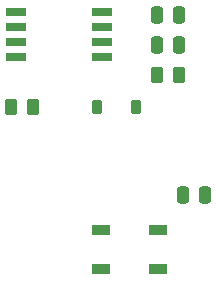
<source format=gbr>
%TF.GenerationSoftware,KiCad,Pcbnew,8.0.7*%
%TF.CreationDate,2025-01-21T12:25:00-05:00*%
%TF.ProjectId,TinyAFireController,54696e79-4146-4697-9265-436f6e74726f,rev?*%
%TF.SameCoordinates,Original*%
%TF.FileFunction,Paste,Top*%
%TF.FilePolarity,Positive*%
%FSLAX46Y46*%
G04 Gerber Fmt 4.6, Leading zero omitted, Abs format (unit mm)*
G04 Created by KiCad (PCBNEW 8.0.7) date 2025-01-21 12:25:00*
%MOMM*%
%LPD*%
G01*
G04 APERTURE LIST*
G04 Aperture macros list*
%AMRoundRect*
0 Rectangle with rounded corners*
0 $1 Rounding radius*
0 $2 $3 $4 $5 $6 $7 $8 $9 X,Y pos of 4 corners*
0 Add a 4 corners polygon primitive as box body*
4,1,4,$2,$3,$4,$5,$6,$7,$8,$9,$2,$3,0*
0 Add four circle primitives for the rounded corners*
1,1,$1+$1,$2,$3*
1,1,$1+$1,$4,$5*
1,1,$1+$1,$6,$7*
1,1,$1+$1,$8,$9*
0 Add four rect primitives between the rounded corners*
20,1,$1+$1,$2,$3,$4,$5,0*
20,1,$1+$1,$4,$5,$6,$7,0*
20,1,$1+$1,$6,$7,$8,$9,0*
20,1,$1+$1,$8,$9,$2,$3,0*%
G04 Aperture macros list end*
%ADD10R,1.500000X0.900000*%
%ADD11RoundRect,0.250000X-0.262500X-0.450000X0.262500X-0.450000X0.262500X0.450000X-0.262500X0.450000X0*%
%ADD12RoundRect,0.250000X-0.250000X-0.475000X0.250000X-0.475000X0.250000X0.475000X-0.250000X0.475000X0*%
%ADD13RoundRect,0.225000X-0.225000X-0.375000X0.225000X-0.375000X0.225000X0.375000X-0.225000X0.375000X0*%
%ADD14R,1.700000X0.650000*%
G04 APERTURE END LIST*
D10*
%TO.C,D3*%
X144130000Y-110420000D03*
X144130000Y-113720000D03*
X149030000Y-113720000D03*
X149030000Y-110420000D03*
%TD*%
D11*
%TO.C,R1*%
X148930000Y-97330000D03*
X150755000Y-97330000D03*
%TD*%
D12*
%TO.C,C3*%
X148892500Y-94790000D03*
X150792500Y-94790000D03*
%TD*%
%TO.C,C2*%
X148892500Y-92250000D03*
X150792500Y-92250000D03*
%TD*%
D11*
%TO.C,R2*%
X136562500Y-100015000D03*
X138387500Y-100015000D03*
%TD*%
D12*
%TO.C,C1*%
X151075000Y-107490000D03*
X152975000Y-107490000D03*
%TD*%
D13*
%TO.C,D2*%
X143860000Y-100010000D03*
X147160000Y-100010000D03*
%TD*%
D14*
%TO.C,U1*%
X136945000Y-92000000D03*
X136945000Y-93270000D03*
X136945000Y-94540000D03*
X136945000Y-95810000D03*
X144245000Y-95810000D03*
X144245000Y-94540000D03*
X144245000Y-93270000D03*
X144245000Y-92000000D03*
%TD*%
M02*

</source>
